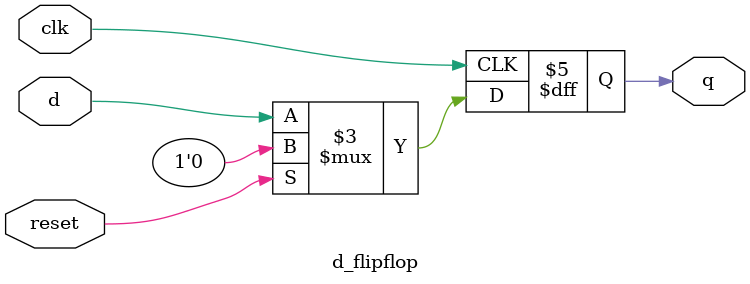
<source format=v>
module d_flipflop(input d,
                 input clk,
                 input reset,
                  output reg q);
  always @(posedge clk  )
    if(reset)begin
       q <= 0;
    end
    else 
       q <= d;
   // end 
endmodule
      


</source>
